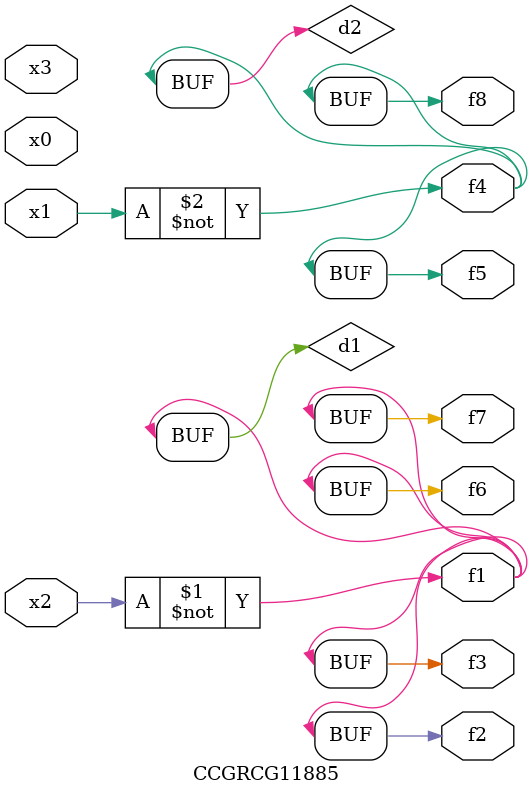
<source format=v>
module CCGRCG11885(
	input x0, x1, x2, x3,
	output f1, f2, f3, f4, f5, f6, f7, f8
);

	wire d1, d2;

	xnor (d1, x2);
	not (d2, x1);
	assign f1 = d1;
	assign f2 = d1;
	assign f3 = d1;
	assign f4 = d2;
	assign f5 = d2;
	assign f6 = d1;
	assign f7 = d1;
	assign f8 = d2;
endmodule

</source>
